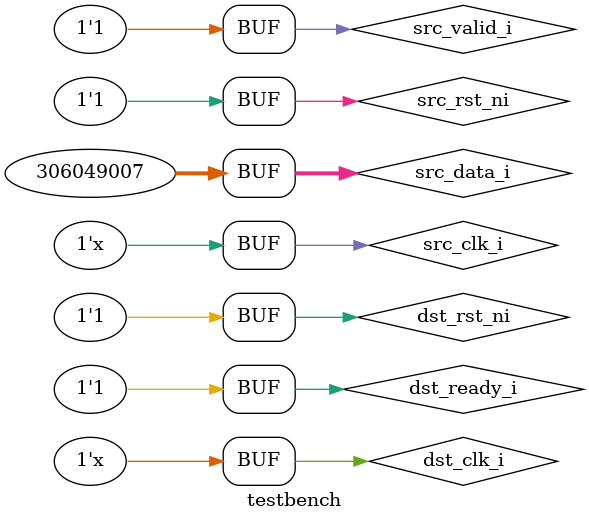
<source format=sv>
module testbench; 

logic src_rst_ni;
logic src_clk_i;
logic [31:0]     src_data_i;
logic src_valid_i;
logic src_ready_o;

logic dst_rst_ni;
logic dst_clk_i;
logic [31:0]     dst_data_o;
logic dst_valid_o;
logic dst_ready_i;




    
    cdc_2phase U0( 
			.src_rst_ni,
			.src_clk_i,
			.src_data_i,
			.src_valid_i,
			.src_ready_o,

			.dst_rst_ni,
			.dst_clk_i,
			.dst_data_o,
			.dst_valid_o,
			.dst_ready_i
            );


  initial begin
    src_rst_ni 	= 0; 
    src_clk_i 	= 0;  
    src_data_i 	= 0; 
	src_valid_i	= 0;
	
    dst_rst_ni 	= 0; 
    dst_clk_i 	= 0;  
    dst_ready_i = 0; 
        
    #15 src_rst_ni = 32'habcdefef; dst_rst_ni = 1;
    #10 src_data_i = 1; src_valid_i = 1;
    #10 dst_ready_i = 1; 
	
    #100 src_data_i = 32'h12345678; src_valid_i = 1;
    #10 dst_ready_i = 1; 
	
	#100 src_data_i = 32'h123defef; src_valid_i = 1;
    #10 dst_ready_i = 1; 
  end 
    
    always  begin
        #27 src_clk_i = !src_clk_i; 
    end
    always  begin
        #5 dst_clk_i = !dst_clk_i; 
    end

    
  //Rest of testbench code after this line 
    
endmodule


</source>
